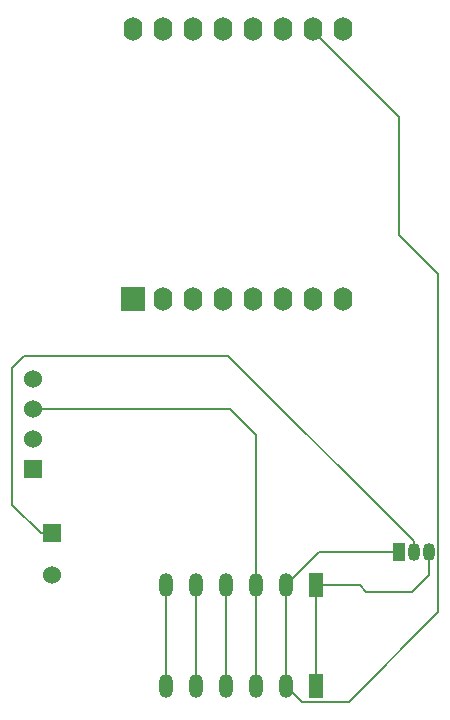
<source format=gbr>
%TF.GenerationSoftware,KiCad,Pcbnew,8.0.7-unknown-202412111143~94124538da~ubuntu24.04.1*%
%TF.CreationDate,2024-12-18T03:39:21-06:00*%
%TF.ProjectId,delivery-box-reporter,64656c69-7665-4727-992d-626f782d7265,rev?*%
%TF.SameCoordinates,Original*%
%TF.FileFunction,Copper,L2,Bot*%
%TF.FilePolarity,Positive*%
%FSLAX46Y46*%
G04 Gerber Fmt 4.6, Leading zero omitted, Abs format (unit mm)*
G04 Created by KiCad (PCBNEW 8.0.7-unknown-202412111143~94124538da~ubuntu24.04.1) date 2024-12-18 03:39:21*
%MOMM*%
%LPD*%
G01*
G04 APERTURE LIST*
%TA.AperFunction,ComponentPad*%
%ADD10R,1.524000X1.524000*%
%TD*%
%TA.AperFunction,ComponentPad*%
%ADD11C,1.524000*%
%TD*%
%TA.AperFunction,ComponentPad*%
%ADD12R,1.050000X1.500000*%
%TD*%
%TA.AperFunction,ComponentPad*%
%ADD13O,1.050000X1.500000*%
%TD*%
%TA.AperFunction,ComponentPad*%
%ADD14R,2.000000X2.000000*%
%TD*%
%TA.AperFunction,ComponentPad*%
%ADD15O,1.600000X2.000000*%
%TD*%
%TA.AperFunction,ComponentPad*%
%ADD16R,1.200000X2.000000*%
%TD*%
%TA.AperFunction,ComponentPad*%
%ADD17O,1.200000X2.000000*%
%TD*%
%TA.AperFunction,Conductor*%
%ADD18C,0.200000*%
%TD*%
G04 APERTURE END LIST*
D10*
%TO.P,DISP1,1,Gnd*%
%TO.N,Net-(DISP1-Gnd)*%
X125200000Y-109600000D03*
D11*
%TO.P,DISP1,2,Vcc*%
%TO.N,+3.3V*%
X125200000Y-107060000D03*
%TO.P,DISP1,3,SCL*%
%TO.N,Net-(DISP1-SCL)*%
X125200000Y-104520000D03*
%TO.P,DISP1,4,SDA*%
%TO.N,Net-(DISP1-SDA)*%
X125200000Y-101980000D03*
%TD*%
D12*
%TO.P,U5,1,GND*%
%TO.N,Earth*%
X156135000Y-116650000D03*
D13*
%TO.P,U5,2,VI*%
%TO.N,Net-(J1-Pin_1)*%
X157405000Y-116650000D03*
%TO.P,U5,3,VO*%
%TO.N,+3.3V*%
X158675000Y-116650000D03*
%TD*%
D14*
%TO.P,U1,1,~{RST}*%
%TO.N,Net-(D1-A)*%
X133640000Y-95200000D03*
D15*
%TO.P,U1,2,A0*%
%TO.N,unconnected-(U1-A0-Pad2)*%
X136180000Y-95200000D03*
%TO.P,U1,3,D0*%
%TO.N,Net-(D1-K)*%
X138720000Y-95200000D03*
%TO.P,U1,4,SCK/D5*%
%TO.N,unconnected-(U1-SCK{slash}D5-Pad4)*%
X141260000Y-95200000D03*
%TO.P,U1,5,MISO/D6*%
%TO.N,Net-(U1-MISO{slash}D6)*%
X143800000Y-95200000D03*
%TO.P,U1,6,MOSI/D7*%
%TO.N,Net-(U1-MOSI{slash}D7)*%
X146340000Y-95200000D03*
%TO.P,U1,7,CS/D8*%
%TO.N,unconnected-(U1-CS{slash}D8-Pad7)*%
X148880000Y-95200000D03*
%TO.P,U1,8,3V3*%
%TO.N,+3.3V*%
X151420000Y-95200000D03*
%TO.P,U1,9,5V*%
%TO.N,unconnected-(U1-5V-Pad9)*%
X151420000Y-72340000D03*
%TO.P,U1,10,GND*%
%TO.N,Earth*%
X148880000Y-72340000D03*
%TO.P,U1,11,D4*%
%TO.N,unconnected-(U1-D4-Pad11)*%
X146340000Y-72340000D03*
%TO.P,U1,12,D3*%
%TO.N,unconnected-(U1-D3-Pad12)*%
X143800000Y-72340000D03*
%TO.P,U1,13,SDA/D2*%
%TO.N,Net-(DISP1-SDA)*%
X141260000Y-72340000D03*
%TO.P,U1,14,SCL/D1*%
%TO.N,Net-(DISP1-SCL)*%
X138720000Y-72340000D03*
%TO.P,U1,15,RX*%
%TO.N,unconnected-(U1-RX-Pad15)*%
X136180000Y-72340000D03*
%TO.P,U1,16,TX*%
%TO.N,unconnected-(U1-TX-Pad16)*%
X133640000Y-72340000D03*
%TD*%
D16*
%TO.P,U3,1,Vin*%
%TO.N,+3.3V*%
X149150000Y-119450000D03*
D17*
%TO.P,U3,2,GND*%
%TO.N,Earth*%
X146610000Y-119450000D03*
%TO.P,U3,3,SCL*%
%TO.N,Net-(DISP1-SCL)*%
X144070000Y-119450000D03*
%TO.P,U3,4,SDA*%
%TO.N,Net-(DISP1-SDA)*%
X141530000Y-119450000D03*
%TO.P,U3,5,GPIO1*%
%TO.N,unconnected-(U3-GPIO1-Pad5)*%
X138990000Y-119450000D03*
%TO.P,U3,6,XSHUT*%
%TO.N,Net-(U1-MISO{slash}D6)*%
X136450000Y-119450000D03*
%TD*%
D16*
%TO.P,U3,1,Vin*%
%TO.N,+3.3V*%
X149150000Y-127950000D03*
D17*
%TO.P,U3,2,GND*%
%TO.N,Earth*%
X146610000Y-127950000D03*
%TO.P,U3,3,SCL*%
%TO.N,Net-(DISP1-SCL)*%
X144070000Y-127950000D03*
%TO.P,U3,4,SDA*%
%TO.N,Net-(DISP1-SDA)*%
X141530000Y-127950000D03*
%TO.P,U3,5,GPIO1*%
%TO.N,unconnected-(U3-GPIO1-Pad5)*%
X138990000Y-127950000D03*
%TO.P,U3,6,XSHUT*%
%TO.N,Net-(U1-MISO{slash}D6)*%
X136450000Y-127950000D03*
%TD*%
D10*
%TO.P,J1,1,Pin_1*%
%TO.N,Net-(J1-Pin_1)*%
X126800000Y-115050000D03*
D11*
%TO.P,J1,2,Pin_2*%
%TO.N,Earth*%
X126800000Y-118550000D03*
%TD*%
D18*
%TO.N,Earth*%
X156150000Y-79800000D02*
X148880000Y-72530000D01*
X148880000Y-72530000D02*
X148880000Y-72340000D01*
X156150000Y-79800000D02*
X156150000Y-89750000D01*
X156150000Y-89750000D02*
X159500000Y-93100000D01*
X159500000Y-93100000D02*
X159500000Y-121700000D01*
X159500000Y-121700000D02*
X151900000Y-129300000D01*
X151900000Y-129300000D02*
X147960000Y-129300000D01*
X147960000Y-129300000D02*
X146610000Y-127950000D01*
X146610000Y-119450000D02*
X149410000Y-116650000D01*
X149410000Y-116650000D02*
X156135000Y-116650000D01*
X146610000Y-127950000D02*
X146610000Y-119450000D01*
%TO.N,Net-(U1-MISO{slash}D6)*%
X136450000Y-127950000D02*
X136450000Y-119450000D01*
%TO.N,+3.3V*%
X158675000Y-116650000D02*
X158675000Y-118575000D01*
X152850000Y-119450000D02*
X149150000Y-119450000D01*
X158675000Y-118575000D02*
X157250000Y-120000000D01*
X149150000Y-127950000D02*
X149150000Y-119450000D01*
X157250000Y-120000000D02*
X153400000Y-120000000D01*
X153400000Y-120000000D02*
X152850000Y-119450000D01*
%TO.N,Net-(DISP1-SCL)*%
X144070000Y-106720000D02*
X141870000Y-104520000D01*
X144070000Y-119450000D02*
X144070000Y-106720000D01*
X144070000Y-127950000D02*
X144070000Y-119450000D01*
X141870000Y-104520000D02*
X125200000Y-104520000D01*
%TO.N,Net-(DISP1-SDA)*%
X141530000Y-127950000D02*
X141530000Y-119450000D01*
%TO.N,Net-(J1-Pin_1)*%
X126800000Y-115050000D02*
X125838000Y-115050000D01*
X157405000Y-115700000D02*
X157405000Y-116650000D01*
X125838000Y-115050000D02*
X123400000Y-112612000D01*
X123400000Y-101050000D02*
X124450000Y-100000000D01*
X123400000Y-112612000D02*
X123400000Y-101050000D01*
X141705000Y-100000000D02*
X157405000Y-115700000D01*
X124450000Y-100000000D02*
X141705000Y-100000000D01*
%TO.N,unconnected-(U3-GPIO1-Pad5)*%
X138990000Y-127950000D02*
X138990000Y-119450000D01*
%TD*%
M02*

</source>
